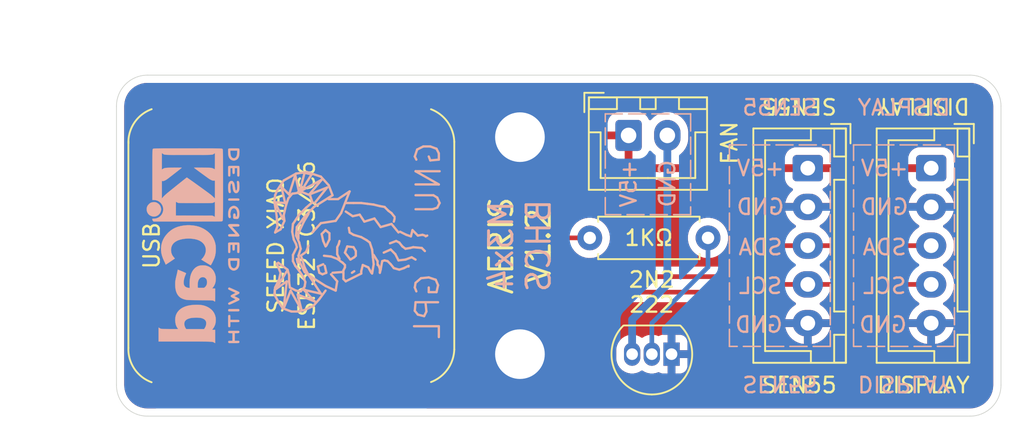
<source format=kicad_pcb>
(kicad_pcb (version 20241229) (generator "pcbnew") (generator_version "9.0")
  (layers (0 "F.Cu" signal) (2 "B.Cu" signal) (13 "F.Paste" user) (15 "B.Paste" user) (5 "F.SilkS" user "F.Silkscreen") (7 "B.SilkS" user "B.Silkscreen") (1 "F.Mask" user) (3 "B.Mask" user) (25 "Edge.Cuts" user))
  (net 0 "")
  (net 1 "+5V")
  (net 2 "GND")
  (net 3 "/SCL")
  (net 4 "/SDA")
  (net 5 "Net-(J2-Pin_2)")
  (net 6 "Net-(Q1-B)")
  (net 7 "/PWM")
  (footprint "Custom Footprints:JST_XH_B5B-XH-A_1x05_P2.50mm_Vertical" (layer "F.Cu") (at 173.5 95 -90)
    (property "Reference" "J3" (hide yes))
    (property "Value" "Conn_01x05_Socket")
    (pad "1" thru_hole roundrect (at 0 0 270) (size 1.7 1.95) (drill 0.95) (layers "*.Cu" "*.Mask") (roundrect_rratio 0.147059) (net 1 "+5V"))
    (pad "2" thru_hole oval (at 2.5 0 270) (size 1.7 1.95) (drill 0.95) (layers "*.Cu" "*.Mask") (net 2 "GND"))
    (pad "3" thru_hole oval (at 5 0 270) (size 1.7 1.95) (drill 0.95) (layers "*.Cu" "*.Mask") (net 4 "/SDA"))
    (pad "4" thru_hole oval (at 7.5 0 270) (size 1.7 1.95) (drill 0.95) (layers "*.Cu" "*.Mask") (net 3 "/SCL"))
    (pad "5" thru_hole oval (at 10 0 270) (size 1.7 1.95) (drill 0.95) (layers "*.Cu" "*.Mask") (net 2 "GND"))
  )
  (footprint "Custom Footprints:TO-92_Inline" (layer "F.Cu") (at 156.77 107 180)
    (property "Reference" "Q1" (hide yes))
    (property "Value" "2N3904")
    (pad "1" thru_hole rect (at 0 0 180) (size 1.05 1.5) (drill 0.75) (layers "*.Cu" "*.Mask") (net 2 "GND") (clearance 0))
    (pad "2" thru_hole oval (at 1.27 0 180) (size 1.05 1.5) (drill 0.75) (layers "*.Cu" "*.Mask") (net 6 "Net-(Q1-B)"))
    (pad "3" thru_hole oval (at 2.54 0 180) (size 1.05 1.5) (drill 0.75) (layers "*.Cu" "*.Mask") (net 5 "Net-(J2-Pin_2)"))
  )
  (footprint "MountingHole:MountingHole_3.2mm_M3_ISO7380_Pad_TopBottom" (layer "F.Cu") (at 147 93)
    (property "Reference" "REF**" (hide yes))
    (property "Value" "MountingHole_3.2mm_M3_ISO7380_Pad_TopBottom")
    (pad "1" thru_hole circle (at 0 0) (size 3.6 3.6) (drill 3.2) (layers "*.Cu" "*.Mask"))
    (pad "1" connect circle (at 0 0) (size 5.7 5.7) (layers "F.Cu" "F.Mask") (net 2 "GND"))
    (pad "1" connect circle (at 0 0) (size 5.7 5.7) (layers "B.Cu" "B.Mask") (net 2 "GND"))
  )
  (footprint "Custom Footprints:XIAO_ESP32" (layer "F.Cu") (at 132.268 100 90)
    (property "Reference" "U1" (hide yes))
    (property "Value" "ESP32C3")
    (fp_text user "SEEED XIAO" (at 0 -1 90) (layer "F.SilkS"))
    (fp_text user "USB" (at 0 -9 90) (layer "F.SilkS"))
    (fp_text user "ESP32-C3/C6" (at 0 1 90) (layer "F.SilkS"))
    (pad "1" smd roundrect (at -8.5 -7.62 90) (size 3 2) (layers "F.Cu" "F.Mask") (net 7 "/PWM"))
    (pad "2" smd roundrect (at -8.5 -5.08 90) (size 3 2) (layers "F.Cu" "F.Mask"))
    (pad "3" smd roundrect (at -8.5 -2.54 90) (size 3 2) (layers "F.Cu" "F.Mask"))
    (pad "4" smd roundrect (at -8.5 0 90) (size 3 2) (layers "F.Cu" "F.Mask"))
    (pad "5" smd roundrect (at -8.5 2.54 90) (size 3 2) (layers "F.Cu" "F.Mask") (net 4 "/SDA"))
    (pad "6" smd roundrect (at -8.5 5.08 90) (size 3 2) (layers "F.Cu" "F.Mask") (net 3 "/SCL"))
    (pad "7" smd roundrect (at -8.5 7.62 90) (size 3 2) (layers "F.Cu" "F.Mask"))
    (pad "8" smd roundrect (at 8.5 7.62 90) (size 3 2) (layers "F.Cu" "F.Mask"))
    (pad "9" smd roundrect (at 8.5 5.08 90) (size 3 2) (layers "F.Cu" "F.Mask"))
    (pad "10" smd roundrect (at 8.5 2.54 90) (size 3 2) (layers "F.Cu" "F.Mask"))
    (pad "11" smd roundrect (at 8.5 0 90) (size 3 2) (layers "F.Cu" "F.Mask"))
    (pad "12" smd roundrect (at 8.5 -2.54 90) (size 3 2) (layers "F.Cu" "F.Mask"))
    (pad "13" smd roundrect (at 8.5 -5.08 90) (size 3 2) (layers "F.Cu" "F.Mask") (net 2 "GND"))
    (pad "14" smd roundrect (at 8.5 -7.62 90) (size 3 2) (layers "F.Cu" "F.Mask") (net 1 "+5V"))
  )
  (footprint "Custom Footprints:JST_XH_B5B-XH-A_1x05_P2.50mm_Vertical" (layer "F.Cu") (at 165.55 95 -90)
    (property "Reference" "J1" (hide yes))
    (property "Value" "Conn_01x05_Socket")
    (pad "1" thru_hole roundrect (at 0 0 270) (size 1.7 1.95) (drill 0.95) (layers "*.Cu" "*.Mask") (roundrect_rratio 0.147059) (net 1 "+5V"))
    (pad "2" thru_hole oval (at 2.5 0 270) (size 1.7 1.95) (drill 0.95) (layers "*.Cu" "*.Mask") (net 2 "GND"))
    (pad "3" thru_hole oval (at 5 0 270) (size 1.7 1.95) (drill 0.95) (layers "*.Cu" "*.Mask") (net 4 "/SDA"))
    (pad "4" thru_hole oval (at 7.5 0 270) (size 1.7 1.95) (drill 0.95) (layers "*.Cu" "*.Mask") (net 3 "/SCL"))
    (pad "5" thru_hole oval (at 10 0 270) (size 1.7 1.95) (drill 0.95) (layers "*.Cu" "*.Mask") (net 2 "GND"))
  )
  (footprint "Custom Footprints:JST_XH_B2B-XH-A_1x02_P2.50mm_Vertical" (layer "F.Cu") (at 154 92.888)
    (property "Reference" "J2" (hide yes))
    (property "Value" "Conn_01x02_Socket")
    (pad "1" thru_hole roundrect (at 0 0) (size 1.7 2) (drill 1) (layers "*.Cu" "*.Mask") (roundrect_rratio 0.147059) (net 1 "+5V"))
    (pad "2" thru_hole oval (at 2.5 0) (size 1.7 2) (drill 1) (layers "*.Cu" "*.Mask") (net 5 "Net-(J2-Pin_2)"))
  )
  (footprint "MountingHole:MountingHole_3.2mm_M3_ISO7380_Pad_TopBottom" (layer "F.Cu") (at 147 107)
    (property "Reference" "REF**" (hide yes))
    (property "Value" "MountingHole_3.2mm_M3_ISO7380_Pad_TopBottom")
    (pad "1" thru_hole circle (at 0 0) (size 3.6 3.6) (drill 3.2) (layers "*.Cu" "*.Mask"))
    (pad "1" connect circle (at 0 0) (size 5.7 5.7) (layers "F.Cu" "F.Mask") (net 2 "GND"))
    (pad "1" connect circle (at 0 0) (size 5.7 5.7) (layers "B.Cu" "B.Mask") (net 2 "GND"))
  )
  (footprint "Custom Footprints:R_Axial_DIN0207_L6.3mm_D2.5mm_P7.62mm_Horizontal" (layer "F.Cu") (at 151.5 99.5)
    (property "Reference" "R1" (hide yes))
    (property "Value" "1k")
    (pad "1" thru_hole circle (at 0 0) (size 1.6 1.6) (drill 0.8) (layers "*.Cu" "*.Mask") (net 7 "/PWM"))
    (pad "2" thru_hole circle (at 7.62 0) (size 1.6 1.6) (drill 0.8) (layers "*.Cu" "*.Mask") (net 6 "Net-(Q1-B)"))
  )
  (footprint "Symbol:KiCad-Logo2_5mm_SilkScreen" (layer "B.Cu") (at 125.92393 100 -90)
    (property "Reference" "REF**" (hide yes))
    (property "Value" "KiCad-Logo2_5mm_SilkScreen" (hide yes))
  )
  (footprint "Symbol:Symbol_GNU-Logo_SilkscreenTop" (layer "B.Cu") (at 134.92393 100 -90)
    (property "Reference" "REF**" (hide yes))
    (property "Value" "Symbol_GNU-Logo_SilkscreenTop")
  )
  (gr_line (start 162.75 103) (end 163.25 102.5) (stroke (width 0.3)) (layer "F.Cu") (net 3))
  (gr_line (start 138 103) (end 162.75 103) (stroke (width 0.3)) (layer "F.Cu") (net 3))
  (gr_rect (start 152.5 91.5) (end 158 98) (stroke (width 0.1) (type dash)) (fill no) (layer "B.SilkS"))
  (gr_rect (start 168.5 93.5) (end 175 106.5) (stroke (width 0.1) (type dash)) (fill no) (layer "B.SilkS"))
  (gr_rect (start 160.5 93.5) (end 167 106.5) (stroke (width 0.1) (type dash)) (fill no) (layer "B.SilkS"))
  (gr_arc (start 178 109) (mid 177.414214 110.414214) (end 176 111) (stroke (width 0.05)) (layer "Edge.Cuts"))
  (gr_line (start 178 109) (end 178 91) (stroke (width 0.05)) (layer "Edge.Cuts"))
  (gr_line (start 176 89) (end 123 89) (stroke (width 0.05)) (layer "Edge.Cuts"))
  (gr_line (start 123 111) (end 176 111) (stroke (width 0.05)) (layer "Edge.Cuts"))
  (gr_arc (start 176 89) (mid 177.414214 89.585786) (end 178 91) (stroke (width 0.05)) (layer "Edge.Cuts"))
  (gr_arc (start 123 111) (mid 121.585786 110.414214) (end 121 109) (stroke (width 0.05)) (layer "Edge.Cuts"))
  (gr_line (start 121 91) (end 121 109) (stroke (width 0.05)) (layer "Edge.Cuts"))
  (gr_arc (start 121 91) (mid 121.585786 89.585786) (end 123 89) (stroke (width 0.05)) (layer "Edge.Cuts"))
  (gr_text "2N2\n222" (at 155.5 103 0) (layer "F.SilkS") (effects (font (size 1 1))))
  (gr_text "DISPLAY" (at 173 91 180) (layer "F.SilkS") (effects (font (size 1 1))))
  (gr_text "1KΩ\n" (at 155.31 99.5 0) (layer "F.SilkS") (effects (font (size 1 1))))
  (gr_text "SEN55" (at 165 91 180) (layer "F.SilkS") (effects (font (size 1 1))))
  (gr_text "FAN" (at 160.5 93.37385 90) (layer "F.SilkS") (effects (font (size 1 1))))
  (gr_text "AERIS\nV1.2" (at 147 100 90) (layer "F.SilkS") (effects (font (size 1.5 1.5) (thickness 0.1875))))
  (gr_text "SEN55" (at 165 109 0) (layer "F.SilkS") (effects (font (size 1 1))))
  (gr_text "DISPLAY" (at 173 109 0) (layer "F.SilkS") (effects (font (size 1 1))))
  (gr_text "DISPLAY" (at 171.75 108.913923 -180) (layer "B.SilkS") (effects (font (size 1 1)) (justify mirror)))
  (gr_text "+5V" (at 170.5 95 0) (layer "B.SilkS") (effects (font (size 1 1)) (justify mirror)))
  (gr_text "GND" (at 170.4 105.1 0) (layer "B.SilkS") (effects (font (size 1 1)) (justify mirror)))
  (gr_text "SCL" (at 170.5 102.6 0) (layer "B.SilkS") (effects (font (size 1 1)) (justify mirror)))
  (gr_text "SEN55" (at 163.75 108.909187 -180) (layer "B.SilkS") (effects (font (size 1 1)) (justify mirror)))
  (gr_text "+5V" (at 154 96 90) (layer "B.SilkS") (effects (font (size 1 1)) (justify mirror)))
  (gr_text "SDA" (at 170.5 100.1 0) (layer "B.SilkS") (effects (font (size 1 1)) (justify mirror)))
  (gr_text "M3x4\nBHCS" (at 147 100 90) (layer "B.SilkS") (effects (font (size 1.5 1.5) (thickness 0.1875)) (justify mirror)))
  (gr_text "GND" (at 156.5 96 90) (layer "B.SilkS") (effects (font (size 1 1)) (justify mirror)))
  (gr_text "GND" (at 162.4 105.1 0) (layer "B.SilkS") (effects (font (size 1 1)) (justify mirror)))
  (gr_text "SCL" (at 162.5 102.6 0) (layer "B.SilkS") (effects (font (size 1 1)) (justify mirror)))
  (gr_text "SDA" (at 162.5 100.1 0) (layer "B.SilkS") (effects (font (size 1 1)) (justify mirror)))
  (gr_text "+5V" (at 162.5 95 0) (layer "B.SilkS") (effects (font (size 1 1)) (justify mirror)))
  (gr_text "SEN55" (at 163.75 91.087494 0) (layer "B.SilkS") (effects (font (size 1 1)) (justify mirror)))
  (gr_text "GND\n" (at 170.5 97.5 0) (layer "B.SilkS") (effects (font (size 1 1)) (justify mirror)))
  (gr_text "GND\n" (at 162.5 97.5 0) (layer "B.SilkS") (effects (font (size 1 1)) (justify mirror)))
  (gr_text "DISPLAY" (at 171.75 91.088491 0) (layer "B.SilkS") (effects (font (size 1 1)) (justify mirror)))
  (segment (start 154.5 95) (end 154 94.5) (width 0.5) (layer "F.Cu") (net 1))
  (segment (start 165.55 95) (end 154.5 95) (width 0.5) (layer "F.Cu") (net 1))
  (segment (start 154 94.5) (end 154 92.888) (width 0.5) (layer "F.Cu") (net 1))
  (segment (start 124.648 91.5) (end 124.648 95.148) (width 0.5) (layer "F.Cu") (net 1))
  (segment (start 165.55 95) (end 173.5 95) (width 0.5) (layer "F.Cu") (net 1))
  (segment (start 150 97) (end 151 96) (width 0.5) (layer "F.Cu") (net 1))
  (segment (start 151 94) (end 152.112 92.888) (width 0.5) (layer "F.Cu") (net 1))
  (segment (start 124.648 95.148) (end 126.5 97) (width 0.5) (layer "F.Cu") (net 1))
  (segment (start 151 96) (end 151 94) (width 0.5) (layer "F.Cu") (net 1))
  (segment (start 126.5 97) (end 150 97) (width 0.5) (layer "F.Cu") (net 1))
  (segment (start 152.112 92.888) (end 154 92.888) (width 0.5) (layer "F.Cu") (net 1))
  (segment (start 127.188 91.5) (end 127.188 93.812) (width 0.5) (layer "F.Cu") (net 2))
  (segment (start 165.55 102.5) (end 163.25 102.5) (width 0.3) (layer "F.Cu") (net 3))
  (segment (start 138 103) (end 137.348 103.652) (width 0.3) (layer "F.Cu") (net 3))
  (segment (start 165.55 102.5) (end 173.5 102.5) (width 0.3) (layer "F.Cu") (net 3))
  (segment (start 166.05 102.5) (end 165.55 103) (width 0.3) (layer "F.Cu") (net 3))
  (segment (start 137.348 103.652) (end 137.348 108.5) (width 0.3) (layer "F.Cu") (net 3))
  (segment (start 134.808 104.192) (end 134.808 108.5) (width 0.3) (layer "F.Cu") (net 4))
  (segment (start 165.55 100) (end 173.5 100) (width 0.3) (layer "F.Cu") (net 4))
  (segment (start 164 100) (end 165.55 100) (width 0.3) (layer "F.Cu") (net 4))
  (segment (start 137 102) (end 134.808 104.192) (width 0.3) (layer "F.Cu") (net 4))
  (segment (start 162 102) (end 137 102) (width 0.3) (layer "F.Cu") (net 4))
  (segment (start 164 100) (end 162 102) (width 0.3) (layer "F.Cu") (net 4))
  (segment (start 156.5 92.888) (end 156.5 102.5) (width 0.5) (layer "B.Cu") (net 5))
  (segment (start 154.23 104.77) (end 154.23 106.5) (width 0.5) (layer "B.Cu") (net 5))
  (segment (start 156.5 102.5) (end 154.23 104.77) (width 0.5) (layer "B.Cu") (net 5))
  (segment (start 159.12 99.5) (end 159.12 101.38) (width 0.3) (layer "B.Cu") (net 6))
  (segment (start 159.12 101.38) (end 155.5 105) (width 0.3) (layer "B.Cu") (net 6))
  (segment (start 155.5 105) (end 155.5 106.5) (width 0.3) (layer "B.Cu") (net 6))
  (segment (start 124.648 102.352) (end 126 101) (width 0.3) (layer "F.Cu") (net 7))
  (segment (start 124.648 108.5) (end 124.648 102.352) (width 0.3) (layer "F.Cu") (net 7))
  (segment (start 149.5 99.5) (end 151.5 99.5) (width 0.3) (layer "F.Cu") (net 7))
  (segment (start 148 101) (end 149.5 99.5) (width 0.3) (layer "F.Cu") (net 7))
  (segment (start 126 101) (end 148 101) (width 0.3) (layer "F.Cu") (net 7))
  (zone (net 2) (net_name "GND") (layers "F.Cu" "B.Cu") (name "GND Plane") (connect_pads (clearance 0.5)) (min_thickness 0.2) (fill yes (thermal_gap 0.5) (thermal_bridge_width 0.5))
    (polygon (pts (xy 120 88) (xy 179.5 88) (xy 179.5 112) (xy 120 112)))
  )
)
</source>
